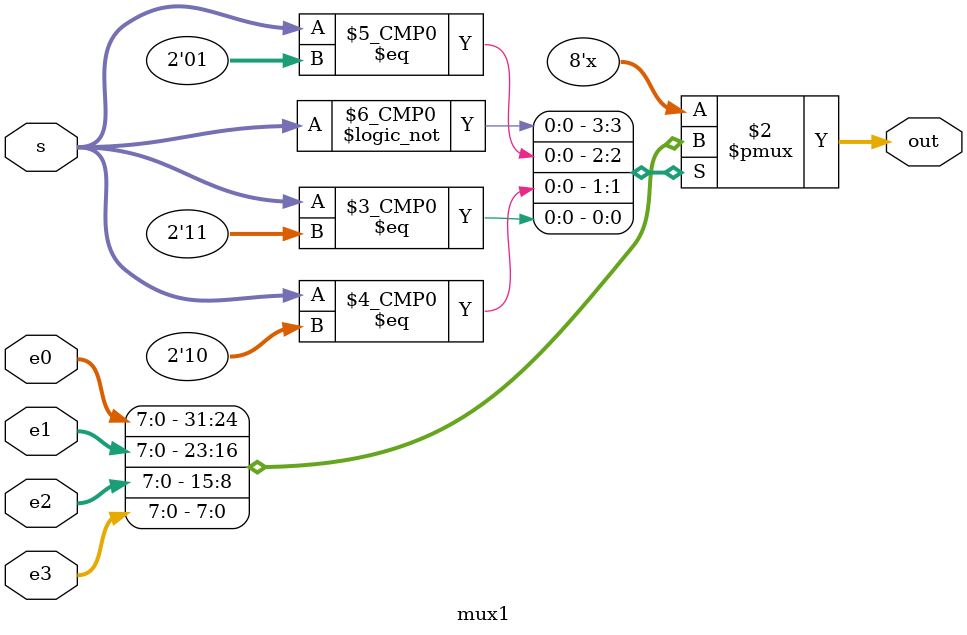
<source format=v>
module mux1(e0, e1, e2, e3, s, out);
   input [7:0] e0, e1, e2, e3;
   input [1:0] s;
   output [7:0] out;
   
   wire [7:0]   e0, e1, e2, e3;
   wire [1:0]      s;
   reg [7:0]    out;
   
   always @(e0, e1, e2, e3, s) begin
     case(s)
		   2'b00: out = e0; //Registro A
		   2'b01: out = e1; //Cte 1
         2'b10: out = e2; //Cte 0
         2'b11: out = e3; //Registro B
	   endcase
   end
endmodule
</source>
